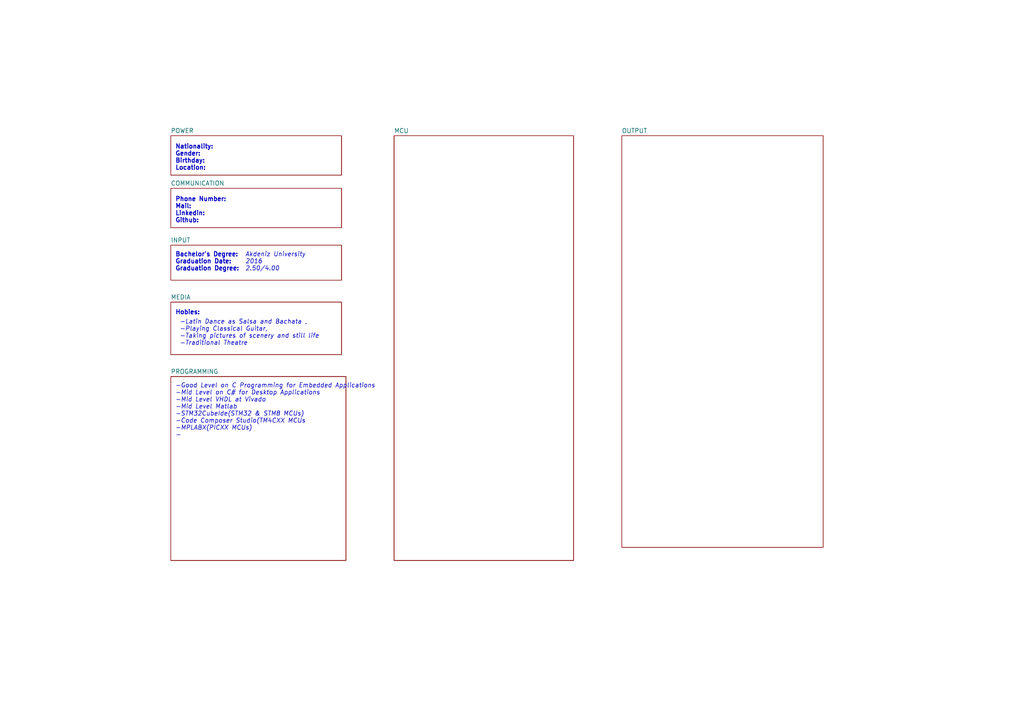
<source format=kicad_sch>
(kicad_sch (version 20211123) (generator eeschema)
  (paper "A4")
  (lib_symbols)
  (text "Akdeniz University\n2016\n2.50/4.00" (at 71.12 78.74 0) (effects (font (size 1.27 1.27) italic) (justify left bottom)))
  (text "-Good Level on C Programming for Embedded Applications\n-Mid Level on C# for Desktop Applications\n-Mid Level VHDL at Vivado\n-Mid Level Matlab\n-STM32CubeIde(STM32 & STM8 MCUs)\n-Code Composer Studio(TM4CXX MCUs\n-MPLABX(PICXX MCUs)\n-" (at 50.8 127 0) (effects (font (size 1.27 1.27) italic) (justify left bottom)))
  (text "-Latin Dance as Salsa and Bachata ,\n-Playing Classical Guitar, \n-Taking pictures of scenery and still life\n-Traditional Theatre" (at 52.07 100.33 0) (effects (font (size 1.27 1.27) italic) (justify left bottom)))
  (text "Hobies:" (at 50.8 91.44 0) (effects (font (size 1.27 1.27) (thickness 0.254) bold) (justify left bottom)))
  (text "Phone Number:\nMail:\nLinkedin:\nGithub:" (at 50.8 64.77 0) (effects (font (size 1.27 1.27) (thickness 0.254) bold) (justify left bottom)))
  (text "Bachelor's Degree: \nGraduation Date: \nGraduation Degree: " (at 50.8 78.74 0) (effects (font (size 1.27 1.27) (thickness 0.254) bold) (justify left bottom)))
  (text "Nationality:\nGender:\nBirthday:\nLocation: " (at 50.8 49.53 0) (effects (font (size 1.27 1.27) (thickness 0.254) bold) (justify left bottom)))
  (sheet (at 49.53 54.61) (size 49.53 11.43) (stroke (width 0.1524))
    (property "Sheet name" "COMMUNICATION" (at 49.53 53.8984 0) (effects (justify left bottom)))
    (property "Sheet file" "COMMUNICATION.kicad_sch" (effects hide))
  )
  (sheet (at 114.3 39.37) (size 52.07 123.19) (stroke (width 0.1524))
    (property "Sheet name" "MCU" (at 114.3 38.6584 0) (effects (justify left bottom)))
    (property "Sheet file" "MCU.kicad_sch" (effects hide))
  )
  (sheet (at 49.53 39.37) (size 49.53 11.43) (stroke (width 0.1524))
    (property "Sheet name" "POWER" (at 49.53 38.6584 0) (effects (justify left bottom)))
    (property "Sheet file" "Power.kicad_sch" (effects hide))
  )
  (sheet (at 49.53 71.12) (size 49.53 10.16) (stroke (width 0.1524))
    (property "Sheet name" "INPUT" (at 49.53 70.4084 0) (effects (justify left bottom)))
    (property "Sheet file" "INPUT.kicad_sch" (effects hide))
  )
  (sheet (at 49.53 87.63) (size 49.53 15.24) (stroke (width 0.1524))
    (property "Sheet name" "MEDIA" (at 49.53 86.9184 0) (effects (justify left bottom)))
    (property "Sheet file" "Media.kicad_sch" (effects hide))
  )
  (sheet (at 49.53 109.22) (size 50.8 53.34) (stroke (width 0.1524))
    (property "Sheet name" "PROGRAMMING" (at 49.53 108.5084 0) (effects (justify left bottom)))
    (property "Sheet file" "Programming.kicad_sch" (effects hide))
  )
  (sheet (at 180.34 39.37) (size 58.42 119.38) (stroke (width 0.1524))
    (property "Sheet name" "OUTPUT" (at 180.34 38.6584 0) (effects (justify left bottom)))
    (property "Sheet file" "OUTPUT.kicad_sch" (effects hide))
  )
)
</source>
